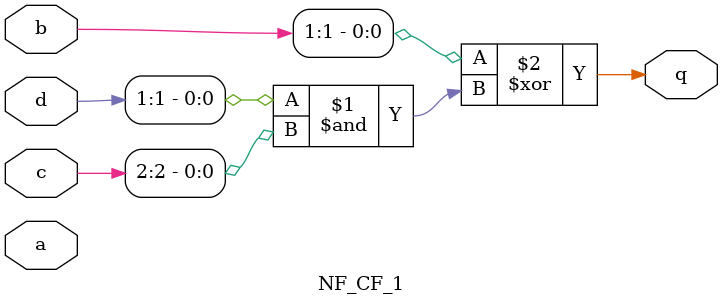
<source format=v>
/*
* -----------------------------------------------------------------
* COMPANY : Ruhr University Bochum
* AUTHOR  : Amir Moradi amir.moradi@rub.de Aein Rezaei Shahmirzadi aein.rezaeishahmirzadi@rub.de
* DOCUMENT: "Second-Order SCA Security with almost no Fresh Randomness" TCHES 2021, Issue 3
* -----------------------------------------------------------------
*
* Copyright c 2021, Amir Moradi, Aein Rezaei Shahmirzadi
*
* All rights reserved.
*
* THIS SOFTWARE IS PROVIDED BY THE COPYRIGHT HOLDERS AND CONTRIBUTORS "AS IS" AND
* ANY EXPRESS OR IMPLIED WARRANTIES, INCLUDING, BUT NOT LIMITED TO, THE IMPLIED
* WARRANTIES OF MERCHANTABILITY AND FITNESS FOR A PARTICULAR PURPOSE ARE
* DISCLAIMED. IN NO EVENT SHALL THE COPYRIGHT HOLDER OR CONTRIBUTERS BE LIABLE FOR ANY
* DIRECT, INDIRECT, INCIDENTAL, SPECIAL, EXEMPLARY, OR CONSEQUENTIAL DAMAGES
* INCLUDING, BUT NOT LIMITED TO, PROCUREMENT OF SUBSTITUTE GOODS OR SERVICES;
* LOSS OF USE, DATA, OR PROFITS; OR BUSINESS INTERRUPTION HOWEVER CAUSED AND
* ON ANY THEORY OF LIABILITY, WHETHER IN CONTRACT, STRICT LIABILITY, OR TORT
* INCLUDING NEGLIGENCE OR OTHERWISE ARISING IN ANY WAY OUT OF THE USE OF THIS
* SOFTWARE, EVEN IF ADVISED OF THE POSSIBILITY OF SUCH DAMAGE.
*
* Please see LICENSE and README for license and further instructions.
*/

module NF_CF_1(
    input [3:1] a,
    input [3:1] b,
    input [3:1] c,
    input [3:1] d,
    output q 
	 );
	 
	parameter num = 1;
	 
	generate

		if(num==0) begin
			assign q = d[1] ^ (d[1]&c[1]);
		end
		if(num==1) begin
			assign q = b[1] ^ (d[1]&c[2]);
		end
		if(num==2) begin
			assign q = d[1] ^ c[3] ^ (d[1]&c[3]);
		end
		if(num==3) begin
			assign q = c[1] ^ (d[2]&c[1]);
		end
		if(num==4) begin
			assign q = b[2] ^ (d[2]&c[2]);
		end
		if(num==5) begin
			assign q = (d[2]&c[3]);
		end
		if(num==6) begin
			assign q = d[3] ^ c[1] ^ b[3] ^ (d[3]&c[1]);
		end
		if(num==7) begin
			assign q = (d[3]&c[2]);
		end
		if(num==8) begin
			assign q = d[3] ^ c[3] ^ (d[3]&c[3]);
		end
		if(num==9) begin
			assign q = b[1] ^ (d[1]&b[1]);
		end
		if(num==10) begin
			assign q = (d[1]&b[2]);
		end
		if(num==11) begin
			assign q = a[1] ^ (d[1]&b[3]);
		end
		if(num==12) begin
			assign q = a[2] ^ (d[2]&b[1]);
		end
		if(num==13) begin
			assign q = b[2] ^ (d[2]&b[2]);
		end
		if(num==14) begin
			assign q = (d[2]&b[3]);
		end
		if(num==15) begin
			assign q = d[3] ^ b[1] ^ a[3] ^ (d[3]&b[1]);
		end
		if(num==16) begin
			assign q = b[2] ^ (d[3]&b[2]);
		end
		if(num==17) begin
			assign q = d[3] ^ (d[3]&b[3]);
		end
		


	endgenerate


endmodule

</source>
